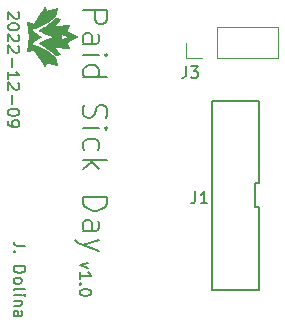
<source format=gbr>
%TF.GenerationSoftware,KiCad,Pcbnew,(6.0.5)*%
%TF.CreationDate,2022-12-16T06:33:13-05:00*%
%TF.ProjectId,Dev_Board_Adapter,4465765f-426f-4617-9264-5f4164617074,rev?*%
%TF.SameCoordinates,Original*%
%TF.FileFunction,Legend,Top*%
%TF.FilePolarity,Positive*%
%FSLAX45Y45*%
G04 Gerber Fmt 4.5, Leading zero omitted, Abs format (unit mm)*
G04 Created by KiCad (PCBNEW (6.0.5)) date 2022-12-16 06:33:13*
%MOMM*%
%LPD*%
G01*
G04 APERTURE LIST*
%ADD10C,0.150000*%
%ADD11C,0.120000*%
%ADD12C,0.010000*%
G04 APERTURE END LIST*
D10*
X11399038Y-7083486D02*
X11403800Y-7088248D01*
X11408562Y-7097771D01*
X11408562Y-7121581D01*
X11403800Y-7131105D01*
X11399038Y-7135867D01*
X11389514Y-7140628D01*
X11379990Y-7140628D01*
X11365705Y-7135867D01*
X11308562Y-7078724D01*
X11308562Y-7140628D01*
X11408562Y-7202533D02*
X11408562Y-7212057D01*
X11403800Y-7221581D01*
X11399038Y-7226343D01*
X11389514Y-7231105D01*
X11370467Y-7235867D01*
X11346657Y-7235867D01*
X11327609Y-7231105D01*
X11318086Y-7226343D01*
X11313324Y-7221581D01*
X11308562Y-7212057D01*
X11308562Y-7202533D01*
X11313324Y-7193009D01*
X11318086Y-7188248D01*
X11327609Y-7183486D01*
X11346657Y-7178724D01*
X11370467Y-7178724D01*
X11389514Y-7183486D01*
X11399038Y-7188248D01*
X11403800Y-7193009D01*
X11408562Y-7202533D01*
X11399038Y-7273962D02*
X11403800Y-7278724D01*
X11408562Y-7288248D01*
X11408562Y-7312057D01*
X11403800Y-7321581D01*
X11399038Y-7326343D01*
X11389514Y-7331105D01*
X11379990Y-7331105D01*
X11365705Y-7326343D01*
X11308562Y-7269200D01*
X11308562Y-7331105D01*
X11399038Y-7369200D02*
X11403800Y-7373962D01*
X11408562Y-7383486D01*
X11408562Y-7407295D01*
X11403800Y-7416819D01*
X11399038Y-7421581D01*
X11389514Y-7426343D01*
X11379990Y-7426343D01*
X11365705Y-7421581D01*
X11308562Y-7364438D01*
X11308562Y-7426343D01*
X11346657Y-7469200D02*
X11346657Y-7545390D01*
X11308562Y-7645390D02*
X11308562Y-7588248D01*
X11308562Y-7616819D02*
X11408562Y-7616819D01*
X11394276Y-7607295D01*
X11384752Y-7597771D01*
X11379990Y-7588248D01*
X11399038Y-7683486D02*
X11403800Y-7688248D01*
X11408562Y-7697771D01*
X11408562Y-7721581D01*
X11403800Y-7731105D01*
X11399038Y-7735867D01*
X11389514Y-7740628D01*
X11379990Y-7740628D01*
X11365705Y-7735867D01*
X11308562Y-7678724D01*
X11308562Y-7740628D01*
X11346657Y-7783486D02*
X11346657Y-7859676D01*
X11408562Y-7926343D02*
X11408562Y-7935867D01*
X11403800Y-7945390D01*
X11399038Y-7950152D01*
X11389514Y-7954914D01*
X11370467Y-7959676D01*
X11346657Y-7959676D01*
X11327609Y-7954914D01*
X11318086Y-7950152D01*
X11313324Y-7945390D01*
X11308562Y-7935867D01*
X11308562Y-7926343D01*
X11313324Y-7916819D01*
X11318086Y-7912057D01*
X11327609Y-7907295D01*
X11346657Y-7902533D01*
X11370467Y-7902533D01*
X11389514Y-7907295D01*
X11399038Y-7912057D01*
X11403800Y-7916819D01*
X11408562Y-7926343D01*
X11308562Y-8007295D02*
X11308562Y-8026343D01*
X11313324Y-8035867D01*
X11318086Y-8040628D01*
X11332371Y-8050152D01*
X11351419Y-8054914D01*
X11389514Y-8054914D01*
X11399038Y-8050152D01*
X11403800Y-8045390D01*
X11408562Y-8035867D01*
X11408562Y-8016819D01*
X11403800Y-8007295D01*
X11399038Y-8002533D01*
X11389514Y-7997771D01*
X11365705Y-7997771D01*
X11356181Y-8002533D01*
X11351419Y-8007295D01*
X11346657Y-8016819D01*
X11346657Y-8035867D01*
X11351419Y-8045390D01*
X11356181Y-8050152D01*
X11365705Y-8054914D01*
X11459362Y-9063867D02*
X11387933Y-9063867D01*
X11373648Y-9059105D01*
X11364124Y-9049581D01*
X11359362Y-9035295D01*
X11359362Y-9025771D01*
X11368886Y-9111486D02*
X11364124Y-9116248D01*
X11359362Y-9111486D01*
X11364124Y-9106724D01*
X11368886Y-9111486D01*
X11359362Y-9111486D01*
X11359362Y-9235295D02*
X11459362Y-9235295D01*
X11459362Y-9259105D01*
X11454600Y-9273390D01*
X11445076Y-9282914D01*
X11435552Y-9287676D01*
X11416505Y-9292438D01*
X11402219Y-9292438D01*
X11383171Y-9287676D01*
X11373648Y-9282914D01*
X11364124Y-9273390D01*
X11359362Y-9259105D01*
X11359362Y-9235295D01*
X11359362Y-9349581D02*
X11364124Y-9340057D01*
X11368886Y-9335295D01*
X11378409Y-9330533D01*
X11406981Y-9330533D01*
X11416505Y-9335295D01*
X11421267Y-9340057D01*
X11426028Y-9349581D01*
X11426028Y-9363867D01*
X11421267Y-9373390D01*
X11416505Y-9378152D01*
X11406981Y-9382914D01*
X11378409Y-9382914D01*
X11368886Y-9378152D01*
X11364124Y-9373390D01*
X11359362Y-9363867D01*
X11359362Y-9349581D01*
X11359362Y-9440057D02*
X11364124Y-9430533D01*
X11373648Y-9425771D01*
X11459362Y-9425771D01*
X11359362Y-9478152D02*
X11426028Y-9478152D01*
X11459362Y-9478152D02*
X11454600Y-9473390D01*
X11449838Y-9478152D01*
X11454600Y-9482914D01*
X11459362Y-9478152D01*
X11449838Y-9478152D01*
X11426028Y-9525771D02*
X11359362Y-9525771D01*
X11416505Y-9525771D02*
X11421267Y-9530533D01*
X11426028Y-9540057D01*
X11426028Y-9554343D01*
X11421267Y-9563867D01*
X11411743Y-9568629D01*
X11359362Y-9568629D01*
X11359362Y-9659105D02*
X11411743Y-9659105D01*
X11421267Y-9654343D01*
X11426028Y-9644819D01*
X11426028Y-9625771D01*
X11421267Y-9616248D01*
X11364124Y-9659105D02*
X11359362Y-9649581D01*
X11359362Y-9625771D01*
X11364124Y-9616248D01*
X11373648Y-9611486D01*
X11383171Y-9611486D01*
X11392695Y-9616248D01*
X11397457Y-9625771D01*
X11397457Y-9649581D01*
X11402219Y-9659105D01*
X11984828Y-9204343D02*
X11918162Y-9228152D01*
X11984828Y-9251962D01*
X11918162Y-9342438D02*
X11918162Y-9285295D01*
X11918162Y-9313867D02*
X12018162Y-9313867D01*
X12003876Y-9304343D01*
X11994352Y-9294819D01*
X11989590Y-9285295D01*
X11927686Y-9385295D02*
X11922924Y-9390057D01*
X11918162Y-9385295D01*
X11922924Y-9380533D01*
X11927686Y-9385295D01*
X11918162Y-9385295D01*
X12018162Y-9451962D02*
X12018162Y-9461486D01*
X12013400Y-9471010D01*
X12008638Y-9475771D01*
X11999114Y-9480533D01*
X11980067Y-9485295D01*
X11956257Y-9485295D01*
X11937209Y-9480533D01*
X11927686Y-9475771D01*
X11922924Y-9471010D01*
X11918162Y-9461486D01*
X11918162Y-9451962D01*
X11922924Y-9442438D01*
X11927686Y-9437676D01*
X11937209Y-9432914D01*
X11956257Y-9428152D01*
X11980067Y-9428152D01*
X11999114Y-9432914D01*
X12008638Y-9437676D01*
X12013400Y-9442438D01*
X12018162Y-9451962D01*
X11949124Y-7067676D02*
X12149124Y-7067676D01*
X12149124Y-7143867D01*
X12139600Y-7162914D01*
X12130076Y-7172438D01*
X12111028Y-7181962D01*
X12082457Y-7181962D01*
X12063409Y-7172438D01*
X12053886Y-7162914D01*
X12044362Y-7143867D01*
X12044362Y-7067676D01*
X11949124Y-7353390D02*
X12053886Y-7353390D01*
X12072933Y-7343867D01*
X12082457Y-7324819D01*
X12082457Y-7286724D01*
X12072933Y-7267676D01*
X11958648Y-7353390D02*
X11949124Y-7334343D01*
X11949124Y-7286724D01*
X11958648Y-7267676D01*
X11977695Y-7258152D01*
X11996743Y-7258152D01*
X12015790Y-7267676D01*
X12025314Y-7286724D01*
X12025314Y-7334343D01*
X12034838Y-7353390D01*
X11949124Y-7448628D02*
X12082457Y-7448628D01*
X12149124Y-7448628D02*
X12139600Y-7439105D01*
X12130076Y-7448628D01*
X12139600Y-7458152D01*
X12149124Y-7448628D01*
X12130076Y-7448628D01*
X11949124Y-7629581D02*
X12149124Y-7629581D01*
X11958648Y-7629581D02*
X11949124Y-7610533D01*
X11949124Y-7572438D01*
X11958648Y-7553390D01*
X11968171Y-7543867D01*
X11987219Y-7534343D01*
X12044362Y-7534343D01*
X12063409Y-7543867D01*
X12072933Y-7553390D01*
X12082457Y-7572438D01*
X12082457Y-7610533D01*
X12072933Y-7629581D01*
X11958648Y-7867676D02*
X11949124Y-7896248D01*
X11949124Y-7943867D01*
X11958648Y-7962914D01*
X11968171Y-7972438D01*
X11987219Y-7981962D01*
X12006267Y-7981962D01*
X12025314Y-7972438D01*
X12034838Y-7962914D01*
X12044362Y-7943867D01*
X12053886Y-7905771D01*
X12063409Y-7886724D01*
X12072933Y-7877200D01*
X12091981Y-7867676D01*
X12111028Y-7867676D01*
X12130076Y-7877200D01*
X12139600Y-7886724D01*
X12149124Y-7905771D01*
X12149124Y-7953390D01*
X12139600Y-7981962D01*
X11949124Y-8067676D02*
X12082457Y-8067676D01*
X12149124Y-8067676D02*
X12139600Y-8058152D01*
X12130076Y-8067676D01*
X12139600Y-8077200D01*
X12149124Y-8067676D01*
X12130076Y-8067676D01*
X11958648Y-8248628D02*
X11949124Y-8229581D01*
X11949124Y-8191486D01*
X11958648Y-8172438D01*
X11968171Y-8162914D01*
X11987219Y-8153390D01*
X12044362Y-8153390D01*
X12063409Y-8162914D01*
X12072933Y-8172438D01*
X12082457Y-8191486D01*
X12082457Y-8229581D01*
X12072933Y-8248628D01*
X11949124Y-8334343D02*
X12149124Y-8334343D01*
X12025314Y-8353390D02*
X11949124Y-8410533D01*
X12082457Y-8410533D02*
X12006267Y-8334343D01*
X11949124Y-8648629D02*
X12149124Y-8648629D01*
X12149124Y-8696248D01*
X12139600Y-8724819D01*
X12120552Y-8743867D01*
X12101505Y-8753390D01*
X12063409Y-8762914D01*
X12034838Y-8762914D01*
X11996743Y-8753390D01*
X11977695Y-8743867D01*
X11958648Y-8724819D01*
X11949124Y-8696248D01*
X11949124Y-8648629D01*
X11949124Y-8934343D02*
X12053886Y-8934343D01*
X12072933Y-8924819D01*
X12082457Y-8905771D01*
X12082457Y-8867676D01*
X12072933Y-8848629D01*
X11958648Y-8934343D02*
X11949124Y-8915295D01*
X11949124Y-8867676D01*
X11958648Y-8848629D01*
X11977695Y-8839105D01*
X11996743Y-8839105D01*
X12015790Y-8848629D01*
X12025314Y-8867676D01*
X12025314Y-8915295D01*
X12034838Y-8934343D01*
X12082457Y-9010533D02*
X11949124Y-9058152D01*
X12082457Y-9105771D02*
X11949124Y-9058152D01*
X11901505Y-9039105D01*
X11891981Y-9029581D01*
X11882457Y-9010533D01*
%TO.C,J3*%
X12819067Y-7539838D02*
X12819067Y-7611267D01*
X12814305Y-7625552D01*
X12804781Y-7635076D01*
X12790495Y-7639838D01*
X12780971Y-7639838D01*
X12857162Y-7539838D02*
X12919067Y-7539838D01*
X12885733Y-7577933D01*
X12900019Y-7577933D01*
X12909543Y-7582695D01*
X12914305Y-7587457D01*
X12919067Y-7596981D01*
X12919067Y-7620790D01*
X12914305Y-7630314D01*
X12909543Y-7635076D01*
X12900019Y-7639838D01*
X12871448Y-7639838D01*
X12861924Y-7635076D01*
X12857162Y-7630314D01*
%TO.C,J1*%
X12898467Y-8600238D02*
X12898467Y-8671667D01*
X12893705Y-8685952D01*
X12884181Y-8695476D01*
X12869895Y-8700238D01*
X12860371Y-8700238D01*
X12998467Y-8700238D02*
X12941324Y-8700238D01*
X12969895Y-8700238D02*
X12969895Y-8600238D01*
X12960371Y-8614524D01*
X12950848Y-8624048D01*
X12941324Y-8628810D01*
D11*
%TO.C,J3*%
X12954000Y-7473600D02*
X12821000Y-7473600D01*
X13081000Y-7473600D02*
X13595000Y-7473600D01*
X13081000Y-7207600D02*
X13595000Y-7207600D01*
X13081000Y-7473600D02*
X13081000Y-7207600D01*
X12821000Y-7473600D02*
X12821000Y-7340600D01*
X13595000Y-7473600D02*
X13595000Y-7207600D01*
D10*
%TO.C,J1*%
X13405000Y-8732800D02*
X13405000Y-8532800D01*
X13435000Y-8732800D02*
X13405000Y-8732800D01*
X13035000Y-9432800D02*
X13435000Y-9432800D01*
X13405000Y-8532800D02*
X13435000Y-8532800D01*
X13435000Y-9432800D02*
X13435000Y-8732800D01*
X13435000Y-8532800D02*
X13435000Y-7832800D01*
X13035000Y-7832800D02*
X13035000Y-9432800D01*
X13435000Y-7832800D02*
X13035000Y-7832800D01*
%TO.C,G\u002A\u002A\u002A*%
G36*
X11761189Y-7198235D02*
G01*
X11770487Y-7197348D01*
X11779389Y-7196509D01*
X11787798Y-7195726D01*
X11795616Y-7195008D01*
X11802746Y-7194363D01*
X11809090Y-7193801D01*
X11814552Y-7193329D01*
X11819034Y-7192957D01*
X11822438Y-7192693D01*
X11824668Y-7192546D01*
X11825626Y-7192523D01*
X11825655Y-7192532D01*
X11825487Y-7193249D01*
X11824817Y-7195094D01*
X11823703Y-7197924D01*
X11822203Y-7201594D01*
X11820378Y-7205960D01*
X11818286Y-7210877D01*
X11815986Y-7216202D01*
X11815938Y-7216312D01*
X11813623Y-7221639D01*
X11811493Y-7226551D01*
X11809610Y-7230905D01*
X11808036Y-7234560D01*
X11806832Y-7237370D01*
X11806059Y-7239195D01*
X11805781Y-7239889D01*
X11805781Y-7239891D01*
X11806374Y-7240258D01*
X11808090Y-7241246D01*
X11810833Y-7242800D01*
X11814508Y-7244868D01*
X11819019Y-7247395D01*
X11824272Y-7250329D01*
X11830171Y-7253617D01*
X11836620Y-7257204D01*
X11843524Y-7261038D01*
X11850293Y-7264791D01*
X11857539Y-7268815D01*
X11864419Y-7272653D01*
X11870836Y-7276252D01*
X11876696Y-7279556D01*
X11881903Y-7282511D01*
X11886362Y-7285064D01*
X11889976Y-7287159D01*
X11892651Y-7288742D01*
X11894291Y-7289758D01*
X11894803Y-7290148D01*
X11894209Y-7290591D01*
X11892493Y-7291652D01*
X11889751Y-7293273D01*
X11886078Y-7295402D01*
X11881573Y-7297982D01*
X11876331Y-7300958D01*
X11870448Y-7304276D01*
X11864022Y-7307881D01*
X11857148Y-7311718D01*
X11851161Y-7315045D01*
X11843963Y-7319037D01*
X11837110Y-7322840D01*
X11830701Y-7326398D01*
X11824834Y-7329657D01*
X11819609Y-7332562D01*
X11815124Y-7335057D01*
X11811479Y-7337087D01*
X11808773Y-7338598D01*
X11807104Y-7339534D01*
X11806580Y-7339833D01*
X11806440Y-7340256D01*
X11806605Y-7341241D01*
X11807115Y-7342891D01*
X11808009Y-7345309D01*
X11809327Y-7348596D01*
X11811108Y-7352855D01*
X11813392Y-7358188D01*
X11815861Y-7363878D01*
X11818174Y-7369223D01*
X11820280Y-7374163D01*
X11822121Y-7378555D01*
X11823637Y-7382256D01*
X11824771Y-7385120D01*
X11825462Y-7387004D01*
X11825652Y-7387765D01*
X11825648Y-7387770D01*
X11824908Y-7387768D01*
X11822879Y-7387639D01*
X11819660Y-7387393D01*
X11815348Y-7387037D01*
X11810039Y-7386580D01*
X11803833Y-7386032D01*
X11796824Y-7385399D01*
X11789112Y-7384692D01*
X11780794Y-7383919D01*
X11771965Y-7383088D01*
X11762725Y-7382208D01*
X11761189Y-7382061D01*
X11751894Y-7381172D01*
X11742999Y-7380328D01*
X11734599Y-7379538D01*
X11726792Y-7378810D01*
X11719676Y-7378153D01*
X11713346Y-7377576D01*
X11707900Y-7377088D01*
X11703436Y-7376698D01*
X11700049Y-7376415D01*
X11697838Y-7376246D01*
X11696899Y-7376202D01*
X11696873Y-7376207D01*
X11697269Y-7376765D01*
X11698511Y-7378269D01*
X11700520Y-7380626D01*
X11703214Y-7383743D01*
X11706513Y-7387530D01*
X11710336Y-7391892D01*
X11714604Y-7396738D01*
X11719235Y-7401974D01*
X11723346Y-7406606D01*
X11728231Y-7412111D01*
X11732828Y-7417310D01*
X11737055Y-7422110D01*
X11740832Y-7426417D01*
X11744077Y-7430138D01*
X11746707Y-7433180D01*
X11748641Y-7435447D01*
X11749798Y-7436848D01*
X11750109Y-7437285D01*
X11749954Y-7437498D01*
X11749409Y-7437824D01*
X11748360Y-7438310D01*
X11746691Y-7439000D01*
X11744286Y-7439940D01*
X11741030Y-7441175D01*
X11736806Y-7442750D01*
X11731500Y-7444711D01*
X11725342Y-7446975D01*
X11719711Y-7449043D01*
X11712870Y-7443113D01*
X11703819Y-7435462D01*
X11693910Y-7427437D01*
X11683304Y-7419150D01*
X11672161Y-7410715D01*
X11660642Y-7402244D01*
X11648909Y-7393849D01*
X11637122Y-7385643D01*
X11625443Y-7377738D01*
X11614032Y-7370248D01*
X11603050Y-7363284D01*
X11592659Y-7356959D01*
X11583019Y-7351386D01*
X11576856Y-7348019D01*
X11569738Y-7344240D01*
X11573074Y-7341944D01*
X11579910Y-7337568D01*
X11587878Y-7333034D01*
X11596741Y-7328450D01*
X11606266Y-7323926D01*
X11616218Y-7319570D01*
X11626361Y-7315492D01*
X11626534Y-7315429D01*
X11751388Y-7315429D01*
X11751501Y-7315418D01*
X11752338Y-7315150D01*
X11754385Y-7314505D01*
X11757522Y-7313520D01*
X11761630Y-7312234D01*
X11766590Y-7310683D01*
X11772284Y-7308904D01*
X11778590Y-7306936D01*
X11785391Y-7304814D01*
X11792211Y-7302688D01*
X11799340Y-7300465D01*
X11806063Y-7298366D01*
X11812264Y-7296427D01*
X11817827Y-7294686D01*
X11822637Y-7293177D01*
X11826578Y-7291938D01*
X11829534Y-7291005D01*
X11831390Y-7290413D01*
X11832029Y-7290200D01*
X11831411Y-7289977D01*
X11829579Y-7289376D01*
X11826646Y-7288435D01*
X11822728Y-7287189D01*
X11817938Y-7285674D01*
X11812390Y-7283927D01*
X11806199Y-7281984D01*
X11799480Y-7279881D01*
X11792363Y-7277658D01*
X11785189Y-7275420D01*
X11778397Y-7273299D01*
X11772105Y-7271332D01*
X11766432Y-7269557D01*
X11761498Y-7268011D01*
X11757420Y-7266731D01*
X11754319Y-7265754D01*
X11752312Y-7265118D01*
X11751524Y-7264862D01*
X11751450Y-7265116D01*
X11752203Y-7266139D01*
X11753624Y-7267717D01*
X11753819Y-7267921D01*
X11755869Y-7270383D01*
X11757969Y-7273442D01*
X11759557Y-7276230D01*
X11761916Y-7282441D01*
X11762923Y-7288746D01*
X11762599Y-7295007D01*
X11760966Y-7301087D01*
X11758044Y-7306848D01*
X11754145Y-7311845D01*
X11752558Y-7313626D01*
X11751588Y-7314890D01*
X11751388Y-7315429D01*
X11626534Y-7315429D01*
X11636462Y-7311802D01*
X11641899Y-7309981D01*
X11652602Y-7306697D01*
X11664360Y-7303411D01*
X11676839Y-7300204D01*
X11689705Y-7297160D01*
X11702623Y-7294362D01*
X11713680Y-7292185D01*
X11724224Y-7290213D01*
X11706373Y-7286630D01*
X11687785Y-7282671D01*
X11670471Y-7278501D01*
X11654326Y-7274081D01*
X11639244Y-7269375D01*
X11625120Y-7264344D01*
X11611846Y-7258952D01*
X11599318Y-7253161D01*
X11587429Y-7246933D01*
X11577031Y-7240827D01*
X11574390Y-7239164D01*
X11572214Y-7237743D01*
X11570764Y-7236736D01*
X11570301Y-7236345D01*
X11570736Y-7235828D01*
X11572166Y-7234867D01*
X11574334Y-7233624D01*
X11575715Y-7232896D01*
X11583252Y-7228851D01*
X11591694Y-7223989D01*
X11600900Y-7218408D01*
X11610730Y-7212207D01*
X11621040Y-7205484D01*
X11631690Y-7198339D01*
X11642538Y-7190870D01*
X11653443Y-7183177D01*
X11664262Y-7175357D01*
X11674855Y-7167511D01*
X11685079Y-7159735D01*
X11694793Y-7152130D01*
X11703856Y-7144795D01*
X11712125Y-7137827D01*
X11712870Y-7137183D01*
X11719711Y-7131253D01*
X11725342Y-7133321D01*
X11731786Y-7135690D01*
X11737038Y-7137632D01*
X11741213Y-7139189D01*
X11744425Y-7140408D01*
X11746792Y-7141335D01*
X11748428Y-7142013D01*
X11749449Y-7142489D01*
X11749971Y-7142807D01*
X11750109Y-7143003D01*
X11749660Y-7143612D01*
X11748365Y-7145166D01*
X11746308Y-7147572D01*
X11743569Y-7150735D01*
X11740229Y-7154563D01*
X11736372Y-7158962D01*
X11732077Y-7163838D01*
X11727427Y-7169097D01*
X11723354Y-7173690D01*
X11718481Y-7179186D01*
X11713904Y-7184369D01*
X11709703Y-7189145D01*
X11705958Y-7193422D01*
X11702751Y-7197108D01*
X11700161Y-7200110D01*
X11698269Y-7202337D01*
X11697156Y-7203694D01*
X11696881Y-7204096D01*
X11697599Y-7204072D01*
X11699606Y-7203923D01*
X11702803Y-7203657D01*
X11707095Y-7203282D01*
X11712384Y-7202809D01*
X11718574Y-7202246D01*
X11725566Y-7201601D01*
X11733265Y-7200884D01*
X11741573Y-7200103D01*
X11750393Y-7199267D01*
X11751524Y-7199159D01*
X11759628Y-7198385D01*
X11761189Y-7198235D01*
G37*
D12*
X11761189Y-7198235D02*
X11770487Y-7197348D01*
X11779389Y-7196509D01*
X11787798Y-7195726D01*
X11795616Y-7195008D01*
X11802746Y-7194363D01*
X11809090Y-7193801D01*
X11814552Y-7193329D01*
X11819034Y-7192957D01*
X11822438Y-7192693D01*
X11824668Y-7192546D01*
X11825626Y-7192523D01*
X11825655Y-7192532D01*
X11825487Y-7193249D01*
X11824817Y-7195094D01*
X11823703Y-7197924D01*
X11822203Y-7201594D01*
X11820378Y-7205960D01*
X11818286Y-7210877D01*
X11815986Y-7216202D01*
X11815938Y-7216312D01*
X11813623Y-7221639D01*
X11811493Y-7226551D01*
X11809610Y-7230905D01*
X11808036Y-7234560D01*
X11806832Y-7237370D01*
X11806059Y-7239195D01*
X11805781Y-7239889D01*
X11805781Y-7239891D01*
X11806374Y-7240258D01*
X11808090Y-7241246D01*
X11810833Y-7242800D01*
X11814508Y-7244868D01*
X11819019Y-7247395D01*
X11824272Y-7250329D01*
X11830171Y-7253617D01*
X11836620Y-7257204D01*
X11843524Y-7261038D01*
X11850293Y-7264791D01*
X11857539Y-7268815D01*
X11864419Y-7272653D01*
X11870836Y-7276252D01*
X11876696Y-7279556D01*
X11881903Y-7282511D01*
X11886362Y-7285064D01*
X11889976Y-7287159D01*
X11892651Y-7288742D01*
X11894291Y-7289758D01*
X11894803Y-7290148D01*
X11894209Y-7290591D01*
X11892493Y-7291652D01*
X11889751Y-7293273D01*
X11886078Y-7295402D01*
X11881573Y-7297982D01*
X11876331Y-7300958D01*
X11870448Y-7304276D01*
X11864022Y-7307881D01*
X11857148Y-7311718D01*
X11851161Y-7315045D01*
X11843963Y-7319037D01*
X11837110Y-7322840D01*
X11830701Y-7326398D01*
X11824834Y-7329657D01*
X11819609Y-7332562D01*
X11815124Y-7335057D01*
X11811479Y-7337087D01*
X11808773Y-7338598D01*
X11807104Y-7339534D01*
X11806580Y-7339833D01*
X11806440Y-7340256D01*
X11806605Y-7341241D01*
X11807115Y-7342891D01*
X11808009Y-7345309D01*
X11809327Y-7348596D01*
X11811108Y-7352855D01*
X11813392Y-7358188D01*
X11815861Y-7363878D01*
X11818174Y-7369223D01*
X11820280Y-7374163D01*
X11822121Y-7378555D01*
X11823637Y-7382256D01*
X11824771Y-7385120D01*
X11825462Y-7387004D01*
X11825652Y-7387765D01*
X11825648Y-7387770D01*
X11824908Y-7387768D01*
X11822879Y-7387639D01*
X11819660Y-7387393D01*
X11815348Y-7387037D01*
X11810039Y-7386580D01*
X11803833Y-7386032D01*
X11796824Y-7385399D01*
X11789112Y-7384692D01*
X11780794Y-7383919D01*
X11771965Y-7383088D01*
X11762725Y-7382208D01*
X11761189Y-7382061D01*
X11751894Y-7381172D01*
X11742999Y-7380328D01*
X11734599Y-7379538D01*
X11726792Y-7378810D01*
X11719676Y-7378153D01*
X11713346Y-7377576D01*
X11707900Y-7377088D01*
X11703436Y-7376698D01*
X11700049Y-7376415D01*
X11697838Y-7376246D01*
X11696899Y-7376202D01*
X11696873Y-7376207D01*
X11697269Y-7376765D01*
X11698511Y-7378269D01*
X11700520Y-7380626D01*
X11703214Y-7383743D01*
X11706513Y-7387530D01*
X11710336Y-7391892D01*
X11714604Y-7396738D01*
X11719235Y-7401974D01*
X11723346Y-7406606D01*
X11728231Y-7412111D01*
X11732828Y-7417310D01*
X11737055Y-7422110D01*
X11740832Y-7426417D01*
X11744077Y-7430138D01*
X11746707Y-7433180D01*
X11748641Y-7435447D01*
X11749798Y-7436848D01*
X11750109Y-7437285D01*
X11749954Y-7437498D01*
X11749409Y-7437824D01*
X11748360Y-7438310D01*
X11746691Y-7439000D01*
X11744286Y-7439940D01*
X11741030Y-7441175D01*
X11736806Y-7442750D01*
X11731500Y-7444711D01*
X11725342Y-7446975D01*
X11719711Y-7449043D01*
X11712870Y-7443113D01*
X11703819Y-7435462D01*
X11693910Y-7427437D01*
X11683304Y-7419150D01*
X11672161Y-7410715D01*
X11660642Y-7402244D01*
X11648909Y-7393849D01*
X11637122Y-7385643D01*
X11625443Y-7377738D01*
X11614032Y-7370248D01*
X11603050Y-7363284D01*
X11592659Y-7356959D01*
X11583019Y-7351386D01*
X11576856Y-7348019D01*
X11569738Y-7344240D01*
X11573074Y-7341944D01*
X11579910Y-7337568D01*
X11587878Y-7333034D01*
X11596741Y-7328450D01*
X11606266Y-7323926D01*
X11616218Y-7319570D01*
X11626361Y-7315492D01*
X11626534Y-7315429D01*
X11751388Y-7315429D01*
X11751501Y-7315418D01*
X11752338Y-7315150D01*
X11754385Y-7314505D01*
X11757522Y-7313520D01*
X11761630Y-7312234D01*
X11766590Y-7310683D01*
X11772284Y-7308904D01*
X11778590Y-7306936D01*
X11785391Y-7304814D01*
X11792211Y-7302688D01*
X11799340Y-7300465D01*
X11806063Y-7298366D01*
X11812264Y-7296427D01*
X11817827Y-7294686D01*
X11822637Y-7293177D01*
X11826578Y-7291938D01*
X11829534Y-7291005D01*
X11831390Y-7290413D01*
X11832029Y-7290200D01*
X11831411Y-7289977D01*
X11829579Y-7289376D01*
X11826646Y-7288435D01*
X11822728Y-7287189D01*
X11817938Y-7285674D01*
X11812390Y-7283927D01*
X11806199Y-7281984D01*
X11799480Y-7279881D01*
X11792363Y-7277658D01*
X11785189Y-7275420D01*
X11778397Y-7273299D01*
X11772105Y-7271332D01*
X11766432Y-7269557D01*
X11761498Y-7268011D01*
X11757420Y-7266731D01*
X11754319Y-7265754D01*
X11752312Y-7265118D01*
X11751524Y-7264862D01*
X11751450Y-7265116D01*
X11752203Y-7266139D01*
X11753624Y-7267717D01*
X11753819Y-7267921D01*
X11755869Y-7270383D01*
X11757969Y-7273442D01*
X11759557Y-7276230D01*
X11761916Y-7282441D01*
X11762923Y-7288746D01*
X11762599Y-7295007D01*
X11760966Y-7301087D01*
X11758044Y-7306848D01*
X11754145Y-7311845D01*
X11752558Y-7313626D01*
X11751588Y-7314890D01*
X11751388Y-7315429D01*
X11626534Y-7315429D01*
X11636462Y-7311802D01*
X11641899Y-7309981D01*
X11652602Y-7306697D01*
X11664360Y-7303411D01*
X11676839Y-7300204D01*
X11689705Y-7297160D01*
X11702623Y-7294362D01*
X11713680Y-7292185D01*
X11724224Y-7290213D01*
X11706373Y-7286630D01*
X11687785Y-7282671D01*
X11670471Y-7278501D01*
X11654326Y-7274081D01*
X11639244Y-7269375D01*
X11625120Y-7264344D01*
X11611846Y-7258952D01*
X11599318Y-7253161D01*
X11587429Y-7246933D01*
X11577031Y-7240827D01*
X11574390Y-7239164D01*
X11572214Y-7237743D01*
X11570764Y-7236736D01*
X11570301Y-7236345D01*
X11570736Y-7235828D01*
X11572166Y-7234867D01*
X11574334Y-7233624D01*
X11575715Y-7232896D01*
X11583252Y-7228851D01*
X11591694Y-7223989D01*
X11600900Y-7218408D01*
X11610730Y-7212207D01*
X11621040Y-7205484D01*
X11631690Y-7198339D01*
X11642538Y-7190870D01*
X11653443Y-7183177D01*
X11664262Y-7175357D01*
X11674855Y-7167511D01*
X11685079Y-7159735D01*
X11694793Y-7152130D01*
X11703856Y-7144795D01*
X11712125Y-7137827D01*
X11712870Y-7137183D01*
X11719711Y-7131253D01*
X11725342Y-7133321D01*
X11731786Y-7135690D01*
X11737038Y-7137632D01*
X11741213Y-7139189D01*
X11744425Y-7140408D01*
X11746792Y-7141335D01*
X11748428Y-7142013D01*
X11749449Y-7142489D01*
X11749971Y-7142807D01*
X11750109Y-7143003D01*
X11749660Y-7143612D01*
X11748365Y-7145166D01*
X11746308Y-7147572D01*
X11743569Y-7150735D01*
X11740229Y-7154563D01*
X11736372Y-7158962D01*
X11732077Y-7163838D01*
X11727427Y-7169097D01*
X11723354Y-7173690D01*
X11718481Y-7179186D01*
X11713904Y-7184369D01*
X11709703Y-7189145D01*
X11705958Y-7193422D01*
X11702751Y-7197108D01*
X11700161Y-7200110D01*
X11698269Y-7202337D01*
X11697156Y-7203694D01*
X11696881Y-7204096D01*
X11697599Y-7204072D01*
X11699606Y-7203923D01*
X11702803Y-7203657D01*
X11707095Y-7203282D01*
X11712384Y-7202809D01*
X11718574Y-7202246D01*
X11725566Y-7201601D01*
X11733265Y-7200884D01*
X11741573Y-7200103D01*
X11750393Y-7199267D01*
X11751524Y-7199159D01*
X11759628Y-7198385D01*
X11761189Y-7198235D01*
G36*
X11620544Y-7041948D02*
G01*
X11621596Y-7043580D01*
X11623129Y-7046099D01*
X11625045Y-7049343D01*
X11627245Y-7053147D01*
X11629068Y-7056349D01*
X11631859Y-7061241D01*
X11634072Y-7065009D01*
X11635776Y-7067761D01*
X11637042Y-7069606D01*
X11637942Y-7070650D01*
X11638545Y-7071001D01*
X11638676Y-7070988D01*
X11639928Y-7070642D01*
X11642325Y-7070007D01*
X11645731Y-7069121D01*
X11650007Y-7068016D01*
X11655015Y-7066730D01*
X11660617Y-7065296D01*
X11666675Y-7063749D01*
X11673051Y-7062126D01*
X11679607Y-7060459D01*
X11686204Y-7058786D01*
X11692706Y-7057140D01*
X11698973Y-7055556D01*
X11704869Y-7054070D01*
X11710254Y-7052717D01*
X11714991Y-7051532D01*
X11718941Y-7050549D01*
X11721968Y-7049804D01*
X11723932Y-7049331D01*
X11724696Y-7049167D01*
X11724701Y-7049168D01*
X11724603Y-7049870D01*
X11724260Y-7051803D01*
X11723697Y-7054835D01*
X11722939Y-7058832D01*
X11722013Y-7063660D01*
X11720943Y-7069186D01*
X11719754Y-7075276D01*
X11718474Y-7081798D01*
X11718452Y-7081909D01*
X11716853Y-7089968D01*
X11715482Y-7096747D01*
X11714318Y-7102340D01*
X11713342Y-7106835D01*
X11712532Y-7110324D01*
X11711867Y-7112898D01*
X11711327Y-7114647D01*
X11710891Y-7115663D01*
X11710720Y-7115910D01*
X11709377Y-7117157D01*
X11707034Y-7119073D01*
X11703843Y-7121545D01*
X11699957Y-7124462D01*
X11695527Y-7127714D01*
X11690706Y-7131190D01*
X11685648Y-7134777D01*
X11680503Y-7138364D01*
X11675425Y-7141841D01*
X11672177Y-7144027D01*
X11656267Y-7154354D01*
X11639822Y-7164472D01*
X11623057Y-7174265D01*
X11606184Y-7183620D01*
X11589415Y-7192420D01*
X11572965Y-7200551D01*
X11557045Y-7207898D01*
X11542038Y-7214278D01*
X11537937Y-7215887D01*
X11533256Y-7217635D01*
X11528238Y-7219441D01*
X11523125Y-7221223D01*
X11518159Y-7222899D01*
X11513582Y-7224386D01*
X11509637Y-7225603D01*
X11506565Y-7226468D01*
X11504963Y-7226839D01*
X11503298Y-7227265D01*
X11502415Y-7227712D01*
X11502373Y-7227808D01*
X11502877Y-7228475D01*
X11504286Y-7229907D01*
X11506446Y-7231965D01*
X11509203Y-7234509D01*
X11512402Y-7237402D01*
X11515889Y-7240504D01*
X11519510Y-7243678D01*
X11523111Y-7246785D01*
X11526537Y-7249686D01*
X11529096Y-7251805D01*
X11537286Y-7258293D01*
X11545388Y-7264268D01*
X11553719Y-7269942D01*
X11562596Y-7275527D01*
X11572338Y-7281235D01*
X11577053Y-7283881D01*
X11580524Y-7285851D01*
X11583483Y-7287617D01*
X11585749Y-7289062D01*
X11587142Y-7290073D01*
X11587491Y-7290526D01*
X11586685Y-7291053D01*
X11584915Y-7292084D01*
X11582444Y-7293470D01*
X11579616Y-7295018D01*
X11566028Y-7302709D01*
X11553519Y-7310525D01*
X11541777Y-7318671D01*
X11530493Y-7327354D01*
X11529164Y-7328434D01*
X11525979Y-7331078D01*
X11522496Y-7334038D01*
X11518869Y-7337177D01*
X11515253Y-7340354D01*
X11511801Y-7343434D01*
X11508667Y-7346277D01*
X11506005Y-7348744D01*
X11503969Y-7350699D01*
X11502713Y-7352003D01*
X11502373Y-7352488D01*
X11502982Y-7352913D01*
X11504493Y-7353361D01*
X11504963Y-7353457D01*
X11507207Y-7353999D01*
X11510510Y-7354955D01*
X11514628Y-7356244D01*
X11519320Y-7357784D01*
X11524343Y-7359492D01*
X11529456Y-7361288D01*
X11534415Y-7363087D01*
X11538979Y-7364810D01*
X11542038Y-7366018D01*
X11556930Y-7372349D01*
X11572574Y-7379566D01*
X11588756Y-7387552D01*
X11605261Y-7396191D01*
X11621875Y-7405368D01*
X11638383Y-7414967D01*
X11654570Y-7424872D01*
X11670223Y-7434967D01*
X11672075Y-7436199D01*
X11677018Y-7439538D01*
X11682131Y-7443061D01*
X11687261Y-7446658D01*
X11692257Y-7450219D01*
X11696966Y-7453631D01*
X11701236Y-7456784D01*
X11704915Y-7459568D01*
X11707850Y-7461870D01*
X11709889Y-7463580D01*
X11710692Y-7464355D01*
X11711089Y-7465091D01*
X11711593Y-7466579D01*
X11712225Y-7468906D01*
X11713002Y-7472155D01*
X11713945Y-7476412D01*
X11715073Y-7481762D01*
X11716404Y-7488290D01*
X11717959Y-7496079D01*
X11718409Y-7498356D01*
X11719694Y-7504887D01*
X11720886Y-7510988D01*
X11721962Y-7516528D01*
X11722894Y-7521372D01*
X11723659Y-7525388D01*
X11724229Y-7528441D01*
X11724580Y-7530398D01*
X11724686Y-7531127D01*
X11724686Y-7531128D01*
X11724016Y-7530987D01*
X11722135Y-7530536D01*
X11719183Y-7529809D01*
X11715296Y-7528842D01*
X11710613Y-7527670D01*
X11705272Y-7526328D01*
X11699410Y-7524851D01*
X11693167Y-7523273D01*
X11686679Y-7521631D01*
X11680084Y-7519958D01*
X11673522Y-7518290D01*
X11667130Y-7516662D01*
X11661045Y-7515109D01*
X11655406Y-7513665D01*
X11650351Y-7512367D01*
X11646018Y-7511249D01*
X11642544Y-7510345D01*
X11640069Y-7509692D01*
X11638729Y-7509323D01*
X11638676Y-7509308D01*
X11638146Y-7509476D01*
X11637340Y-7510307D01*
X11636188Y-7511906D01*
X11634620Y-7514381D01*
X11632563Y-7517841D01*
X11629949Y-7522393D01*
X11629068Y-7523946D01*
X11626716Y-7528069D01*
X11624571Y-7531758D01*
X11622733Y-7534849D01*
X11621300Y-7537179D01*
X11620371Y-7538582D01*
X11620060Y-7538929D01*
X11619619Y-7538357D01*
X11618465Y-7536691D01*
X11616646Y-7534000D01*
X11614209Y-7530357D01*
X11611200Y-7525831D01*
X11607666Y-7520495D01*
X11603655Y-7514419D01*
X11599213Y-7507675D01*
X11594387Y-7500333D01*
X11589225Y-7492465D01*
X11583774Y-7484142D01*
X11578079Y-7475435D01*
X11573648Y-7468652D01*
X11567800Y-7459701D01*
X11562156Y-7451080D01*
X11556764Y-7442860D01*
X11551671Y-7435114D01*
X11546925Y-7427910D01*
X11542572Y-7421322D01*
X11538659Y-7415419D01*
X11535235Y-7410274D01*
X11532345Y-7405957D01*
X11530037Y-7402540D01*
X11528359Y-7400093D01*
X11527356Y-7398688D01*
X11527077Y-7398361D01*
X11526281Y-7398562D01*
X11524305Y-7399140D01*
X11521293Y-7400053D01*
X11517389Y-7401254D01*
X11512739Y-7402699D01*
X11507488Y-7404343D01*
X11501780Y-7406142D01*
X11499733Y-7406790D01*
X11493916Y-7408619D01*
X11488514Y-7410289D01*
X11483672Y-7411759D01*
X11479531Y-7412986D01*
X11476235Y-7413928D01*
X11473927Y-7414543D01*
X11472751Y-7414788D01*
X11472632Y-7414779D01*
X11472646Y-7414037D01*
X11472818Y-7412011D01*
X11473137Y-7408801D01*
X11473591Y-7404505D01*
X11474169Y-7399222D01*
X11474861Y-7393049D01*
X11475656Y-7386086D01*
X11476542Y-7378431D01*
X11477508Y-7370182D01*
X11478543Y-7361439D01*
X11479636Y-7352298D01*
X11479644Y-7352236D01*
X11487110Y-7290148D01*
X11479779Y-7229332D01*
X11478687Y-7220252D01*
X11477644Y-7211546D01*
X11476663Y-7203315D01*
X11475754Y-7195663D01*
X11474931Y-7188690D01*
X11474204Y-7182500D01*
X11473587Y-7177193D01*
X11473091Y-7172874D01*
X11472729Y-7169643D01*
X11472511Y-7167602D01*
X11472449Y-7166876D01*
X11472658Y-7165616D01*
X11473027Y-7165236D01*
X11473796Y-7165439D01*
X11475747Y-7166021D01*
X11478733Y-7166935D01*
X11482611Y-7168136D01*
X11487234Y-7169581D01*
X11492459Y-7171222D01*
X11498139Y-7173017D01*
X11499937Y-7173586D01*
X11505736Y-7175419D01*
X11511130Y-7177113D01*
X11515973Y-7178622D01*
X11520119Y-7179902D01*
X11523421Y-7180907D01*
X11525734Y-7181593D01*
X11526911Y-7181913D01*
X11527021Y-7181932D01*
X11527490Y-7181360D01*
X11528670Y-7179692D01*
X11530516Y-7177000D01*
X11532978Y-7173355D01*
X11536011Y-7168828D01*
X11539566Y-7163490D01*
X11543597Y-7157413D01*
X11548057Y-7150666D01*
X11552897Y-7143323D01*
X11558072Y-7135453D01*
X11563534Y-7127128D01*
X11569235Y-7118419D01*
X11573660Y-7111647D01*
X11579508Y-7102697D01*
X11585148Y-7094078D01*
X11590534Y-7085860D01*
X11595619Y-7078115D01*
X11600355Y-7070913D01*
X11604695Y-7064326D01*
X11608594Y-7058425D01*
X11612003Y-7053280D01*
X11614876Y-7048964D01*
X11617165Y-7045547D01*
X11618825Y-7043100D01*
X11619807Y-7041695D01*
X11620072Y-7041367D01*
X11620544Y-7041948D01*
G37*
X11620544Y-7041948D02*
X11621596Y-7043580D01*
X11623129Y-7046099D01*
X11625045Y-7049343D01*
X11627245Y-7053147D01*
X11629068Y-7056349D01*
X11631859Y-7061241D01*
X11634072Y-7065009D01*
X11635776Y-7067761D01*
X11637042Y-7069606D01*
X11637942Y-7070650D01*
X11638545Y-7071001D01*
X11638676Y-7070988D01*
X11639928Y-7070642D01*
X11642325Y-7070007D01*
X11645731Y-7069121D01*
X11650007Y-7068016D01*
X11655015Y-7066730D01*
X11660617Y-7065296D01*
X11666675Y-7063749D01*
X11673051Y-7062126D01*
X11679607Y-7060459D01*
X11686204Y-7058786D01*
X11692706Y-7057140D01*
X11698973Y-7055556D01*
X11704869Y-7054070D01*
X11710254Y-7052717D01*
X11714991Y-7051532D01*
X11718941Y-7050549D01*
X11721968Y-7049804D01*
X11723932Y-7049331D01*
X11724696Y-7049167D01*
X11724701Y-7049168D01*
X11724603Y-7049870D01*
X11724260Y-7051803D01*
X11723697Y-7054835D01*
X11722939Y-7058832D01*
X11722013Y-7063660D01*
X11720943Y-7069186D01*
X11719754Y-7075276D01*
X11718474Y-7081798D01*
X11718452Y-7081909D01*
X11716853Y-7089968D01*
X11715482Y-7096747D01*
X11714318Y-7102340D01*
X11713342Y-7106835D01*
X11712532Y-7110324D01*
X11711867Y-7112898D01*
X11711327Y-7114647D01*
X11710891Y-7115663D01*
X11710720Y-7115910D01*
X11709377Y-7117157D01*
X11707034Y-7119073D01*
X11703843Y-7121545D01*
X11699957Y-7124462D01*
X11695527Y-7127714D01*
X11690706Y-7131190D01*
X11685648Y-7134777D01*
X11680503Y-7138364D01*
X11675425Y-7141841D01*
X11672177Y-7144027D01*
X11656267Y-7154354D01*
X11639822Y-7164472D01*
X11623057Y-7174265D01*
X11606184Y-7183620D01*
X11589415Y-7192420D01*
X11572965Y-7200551D01*
X11557045Y-7207898D01*
X11542038Y-7214278D01*
X11537937Y-7215887D01*
X11533256Y-7217635D01*
X11528238Y-7219441D01*
X11523125Y-7221223D01*
X11518159Y-7222899D01*
X11513582Y-7224386D01*
X11509637Y-7225603D01*
X11506565Y-7226468D01*
X11504963Y-7226839D01*
X11503298Y-7227265D01*
X11502415Y-7227712D01*
X11502373Y-7227808D01*
X11502877Y-7228475D01*
X11504286Y-7229907D01*
X11506446Y-7231965D01*
X11509203Y-7234509D01*
X11512402Y-7237402D01*
X11515889Y-7240504D01*
X11519510Y-7243678D01*
X11523111Y-7246785D01*
X11526537Y-7249686D01*
X11529096Y-7251805D01*
X11537286Y-7258293D01*
X11545388Y-7264268D01*
X11553719Y-7269942D01*
X11562596Y-7275527D01*
X11572338Y-7281235D01*
X11577053Y-7283881D01*
X11580524Y-7285851D01*
X11583483Y-7287617D01*
X11585749Y-7289062D01*
X11587142Y-7290073D01*
X11587491Y-7290526D01*
X11586685Y-7291053D01*
X11584915Y-7292084D01*
X11582444Y-7293470D01*
X11579616Y-7295018D01*
X11566028Y-7302709D01*
X11553519Y-7310525D01*
X11541777Y-7318671D01*
X11530493Y-7327354D01*
X11529164Y-7328434D01*
X11525979Y-7331078D01*
X11522496Y-7334038D01*
X11518869Y-7337177D01*
X11515253Y-7340354D01*
X11511801Y-7343434D01*
X11508667Y-7346277D01*
X11506005Y-7348744D01*
X11503969Y-7350699D01*
X11502713Y-7352003D01*
X11502373Y-7352488D01*
X11502982Y-7352913D01*
X11504493Y-7353361D01*
X11504963Y-7353457D01*
X11507207Y-7353999D01*
X11510510Y-7354955D01*
X11514628Y-7356244D01*
X11519320Y-7357784D01*
X11524343Y-7359492D01*
X11529456Y-7361288D01*
X11534415Y-7363087D01*
X11538979Y-7364810D01*
X11542038Y-7366018D01*
X11556930Y-7372349D01*
X11572574Y-7379566D01*
X11588756Y-7387552D01*
X11605261Y-7396191D01*
X11621875Y-7405368D01*
X11638383Y-7414967D01*
X11654570Y-7424872D01*
X11670223Y-7434967D01*
X11672075Y-7436199D01*
X11677018Y-7439538D01*
X11682131Y-7443061D01*
X11687261Y-7446658D01*
X11692257Y-7450219D01*
X11696966Y-7453631D01*
X11701236Y-7456784D01*
X11704915Y-7459568D01*
X11707850Y-7461870D01*
X11709889Y-7463580D01*
X11710692Y-7464355D01*
X11711089Y-7465091D01*
X11711593Y-7466579D01*
X11712225Y-7468906D01*
X11713002Y-7472155D01*
X11713945Y-7476412D01*
X11715073Y-7481762D01*
X11716404Y-7488290D01*
X11717959Y-7496079D01*
X11718409Y-7498356D01*
X11719694Y-7504887D01*
X11720886Y-7510988D01*
X11721962Y-7516528D01*
X11722894Y-7521372D01*
X11723659Y-7525388D01*
X11724229Y-7528441D01*
X11724580Y-7530398D01*
X11724686Y-7531127D01*
X11724686Y-7531128D01*
X11724016Y-7530987D01*
X11722135Y-7530536D01*
X11719183Y-7529809D01*
X11715296Y-7528842D01*
X11710613Y-7527670D01*
X11705272Y-7526328D01*
X11699410Y-7524851D01*
X11693167Y-7523273D01*
X11686679Y-7521631D01*
X11680084Y-7519958D01*
X11673522Y-7518290D01*
X11667130Y-7516662D01*
X11661045Y-7515109D01*
X11655406Y-7513665D01*
X11650351Y-7512367D01*
X11646018Y-7511249D01*
X11642544Y-7510345D01*
X11640069Y-7509692D01*
X11638729Y-7509323D01*
X11638676Y-7509308D01*
X11638146Y-7509476D01*
X11637340Y-7510307D01*
X11636188Y-7511906D01*
X11634620Y-7514381D01*
X11632563Y-7517841D01*
X11629949Y-7522393D01*
X11629068Y-7523946D01*
X11626716Y-7528069D01*
X11624571Y-7531758D01*
X11622733Y-7534849D01*
X11621300Y-7537179D01*
X11620371Y-7538582D01*
X11620060Y-7538929D01*
X11619619Y-7538357D01*
X11618465Y-7536691D01*
X11616646Y-7534000D01*
X11614209Y-7530357D01*
X11611200Y-7525831D01*
X11607666Y-7520495D01*
X11603655Y-7514419D01*
X11599213Y-7507675D01*
X11594387Y-7500333D01*
X11589225Y-7492465D01*
X11583774Y-7484142D01*
X11578079Y-7475435D01*
X11573648Y-7468652D01*
X11567800Y-7459701D01*
X11562156Y-7451080D01*
X11556764Y-7442860D01*
X11551671Y-7435114D01*
X11546925Y-7427910D01*
X11542572Y-7421322D01*
X11538659Y-7415419D01*
X11535235Y-7410274D01*
X11532345Y-7405957D01*
X11530037Y-7402540D01*
X11528359Y-7400093D01*
X11527356Y-7398688D01*
X11527077Y-7398361D01*
X11526281Y-7398562D01*
X11524305Y-7399140D01*
X11521293Y-7400053D01*
X11517389Y-7401254D01*
X11512739Y-7402699D01*
X11507488Y-7404343D01*
X11501780Y-7406142D01*
X11499733Y-7406790D01*
X11493916Y-7408619D01*
X11488514Y-7410289D01*
X11483672Y-7411759D01*
X11479531Y-7412986D01*
X11476235Y-7413928D01*
X11473927Y-7414543D01*
X11472751Y-7414788D01*
X11472632Y-7414779D01*
X11472646Y-7414037D01*
X11472818Y-7412011D01*
X11473137Y-7408801D01*
X11473591Y-7404505D01*
X11474169Y-7399222D01*
X11474861Y-7393049D01*
X11475656Y-7386086D01*
X11476542Y-7378431D01*
X11477508Y-7370182D01*
X11478543Y-7361439D01*
X11479636Y-7352298D01*
X11479644Y-7352236D01*
X11487110Y-7290148D01*
X11479779Y-7229332D01*
X11478687Y-7220252D01*
X11477644Y-7211546D01*
X11476663Y-7203315D01*
X11475754Y-7195663D01*
X11474931Y-7188690D01*
X11474204Y-7182500D01*
X11473587Y-7177193D01*
X11473091Y-7172874D01*
X11472729Y-7169643D01*
X11472511Y-7167602D01*
X11472449Y-7166876D01*
X11472658Y-7165616D01*
X11473027Y-7165236D01*
X11473796Y-7165439D01*
X11475747Y-7166021D01*
X11478733Y-7166935D01*
X11482611Y-7168136D01*
X11487234Y-7169581D01*
X11492459Y-7171222D01*
X11498139Y-7173017D01*
X11499937Y-7173586D01*
X11505736Y-7175419D01*
X11511130Y-7177113D01*
X11515973Y-7178622D01*
X11520119Y-7179902D01*
X11523421Y-7180907D01*
X11525734Y-7181593D01*
X11526911Y-7181913D01*
X11527021Y-7181932D01*
X11527490Y-7181360D01*
X11528670Y-7179692D01*
X11530516Y-7177000D01*
X11532978Y-7173355D01*
X11536011Y-7168828D01*
X11539566Y-7163490D01*
X11543597Y-7157413D01*
X11548057Y-7150666D01*
X11552897Y-7143323D01*
X11558072Y-7135453D01*
X11563534Y-7127128D01*
X11569235Y-7118419D01*
X11573660Y-7111647D01*
X11579508Y-7102697D01*
X11585148Y-7094078D01*
X11590534Y-7085860D01*
X11595619Y-7078115D01*
X11600355Y-7070913D01*
X11604695Y-7064326D01*
X11608594Y-7058425D01*
X11612003Y-7053280D01*
X11614876Y-7048964D01*
X11617165Y-7045547D01*
X11618825Y-7043100D01*
X11619807Y-7041695D01*
X11620072Y-7041367D01*
X11620544Y-7041948D01*
%TD*%
M02*

</source>
